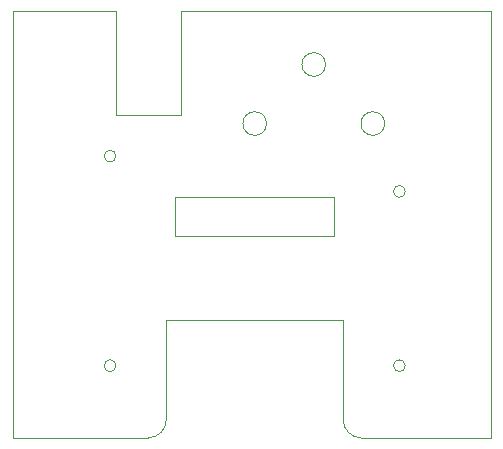
<source format=gm1>
%TF.GenerationSoftware,KiCad,Pcbnew,6.0.4-6f826c9f35~116~ubuntu18.04.1*%
%TF.CreationDate,2023-11-26T11:14:00-05:00*%
%TF.ProjectId,SH101_MOD_GRIP_BOARD,53483130-315f-44d4-9f44-5f475249505f,rev?*%
%TF.SameCoordinates,Original*%
%TF.FileFunction,Profile,NP*%
%FSLAX46Y46*%
G04 Gerber Fmt 4.6, Leading zero omitted, Abs format (unit mm)*
G04 Created by KiCad (PCBNEW 6.0.4-6f826c9f35~116~ubuntu18.04.1) date 2023-11-26 11:14:00*
%MOMM*%
%LPD*%
G01*
G04 APERTURE LIST*
%TA.AperFunction,Profile*%
%ADD10C,0.100000*%
%TD*%
%TA.AperFunction,Profile*%
%ADD11C,0.120000*%
%TD*%
G04 APERTURE END LIST*
D10*
X28000000Y-34600000D02*
G75*
G03*
X29500000Y-36100000I1500000J0D01*
G01*
X11500000Y-36100000D02*
G75*
G03*
X13000000Y-34600000I0J1500000D01*
G01*
X13000000Y-26100000D02*
X28000000Y-26100000D01*
X13000000Y-34600000D02*
X13000000Y-26100000D01*
X28000000Y-26100000D02*
X28000000Y-34600000D01*
X29500000Y-36100000D02*
X40500000Y-36100000D01*
X0Y-36100000D02*
X11500000Y-36100000D01*
X31500000Y-9500000D02*
G75*
G03*
X31500000Y-9500000I-1000000J0D01*
G01*
X0Y0D02*
X8750000Y0D01*
X26500000Y-4500000D02*
G75*
G03*
X26500000Y-4500000I-1000000J0D01*
G01*
X40500000Y0D02*
X40500000Y-36100000D01*
X21500000Y-9500000D02*
G75*
G03*
X21500000Y-9500000I-1000000J0D01*
G01*
X0Y0D02*
X0Y-36100000D01*
X8750000Y-8750000D02*
X14250000Y-8750000D01*
X14250000Y-8750000D02*
X14250000Y0D01*
X14250000Y0D02*
X40500000Y0D01*
X8750000Y0D02*
X8750000Y-8750000D01*
X13750000Y-15750000D02*
X27250000Y-15750000D01*
X27250000Y-15750000D02*
X27250000Y-19000000D01*
X27250000Y-19000000D02*
X13750000Y-19000000D01*
X13750000Y-19000000D02*
X13750000Y-15750000D01*
D11*
%TO.C,SP2*%
X8750000Y-30000000D02*
G75*
G03*
X8750000Y-30000000I-500000J0D01*
G01*
%TO.C,SP1*%
X8750000Y-12250000D02*
G75*
G03*
X8750000Y-12250000I-500000J0D01*
G01*
%TO.C,SP4*%
X33250000Y-30000000D02*
G75*
G03*
X33250000Y-30000000I-500000J0D01*
G01*
%TO.C,SP3*%
X33250000Y-15250000D02*
G75*
G03*
X33250000Y-15250000I-500000J0D01*
G01*
%TD*%
M02*

</source>
